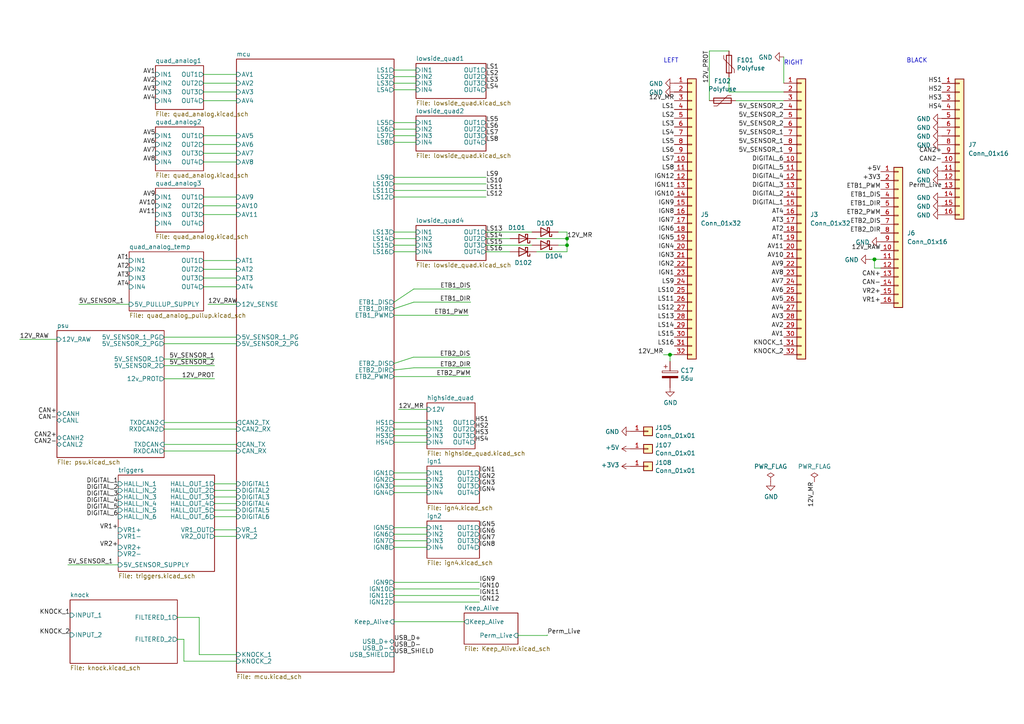
<source format=kicad_sch>
(kicad_sch (version 20211123) (generator eeschema)
  (paper "A4")
  (title_block (title "rusEfi Proteus") (date "2022-04-09") (rev "v0.7") (company "rusEFI") (comment 1 "github.com/mck1117/proteus") (comment 2 "rusefi.com/s/proteus"))
  (lib_symbols
    (symbol "Connector_Generic:Conn_01x01" (pin_names (offset 1.016) hide)
      (property "Reference" "J" (at 0 2.54 0))
      (property "Value" "Conn_01x01" (at 0 -2.54 0))
      (symbol "Conn_01x01_1_1"
        (rectangle (start -1.27 0.127) (end 0 -0.127) (stroke (width 0.1524)))
        (rectangle (start -1.27 1.27) (end 1.27 -1.27) (stroke (width 0.254)) (fill (type background)))
        (pin passive line (at -5.08 0 0) (length 3.81) (name "Pin_1") (number "1"))
      )
    )
    (symbol "Connector_Generic:Conn_01x16" (pin_names (offset 1.016) hide)
      (property "Reference" "J" (at 0 20.32 0))
      (property "Value" "Conn_01x16" (at 0 -22.86 0))
      (symbol "Conn_01x16_1_1"
        (rectangle (start -1.27 -20.193) (end 0 -20.447) (stroke (width 0.1524)))
        (rectangle (start -1.27 -17.653) (end 0 -17.907) (stroke (width 0.1524)))
        (rectangle (start -1.27 -15.113) (end 0 -15.367) (stroke (width 0.1524)))
        (rectangle (start -1.27 -12.573) (end 0 -12.827) (stroke (width 0.1524)))
        (rectangle (start -1.27 -10.033) (end 0 -10.287) (stroke (width 0.1524)))
        (rectangle (start -1.27 -7.493) (end 0 -7.747) (stroke (width 0.1524)))
        (rectangle (start -1.27 -4.953) (end 0 -5.207) (stroke (width 0.1524)))
        (rectangle (start -1.27 -2.413) (end 0 -2.667) (stroke (width 0.1524)))
        (rectangle (start -1.27 0.127) (end 0 -0.127) (stroke (width 0.1524)))
        (rectangle (start -1.27 2.667) (end 0 2.413) (stroke (width 0.1524)))
        (rectangle (start -1.27 5.207) (end 0 4.953) (stroke (width 0.1524)))
        (rectangle (start -1.27 7.747) (end 0 7.493) (stroke (width 0.1524)))
        (rectangle (start -1.27 10.287) (end 0 10.033) (stroke (width 0.1524)))
        (rectangle (start -1.27 12.827) (end 0 12.573) (stroke (width 0.1524)))
        (rectangle (start -1.27 15.367) (end 0 15.113) (stroke (width 0.1524)))
        (rectangle (start -1.27 17.907) (end 0 17.653) (stroke (width 0.1524)))
        (rectangle (start -1.27 19.05) (end 1.27 -21.59) (stroke (width 0.254)) (fill (type background)))
        (pin passive line (at -5.08 17.78 0) (length 3.81) (name "Pin_1") (number "1"))
        (pin passive line (at -5.08 -5.08 0) (length 3.81) (name "Pin_10") (number "10"))
        (pin passive line (at -5.08 -7.62 0) (length 3.81) (name "Pin_11") (number "11"))
        (pin passive line (at -5.08 -10.16 0) (length 3.81) (name "Pin_12") (number "12"))
        (pin passive line (at -5.08 -12.7 0) (length 3.81) (name "Pin_13") (number "13"))
        (pin passive line (at -5.08 -15.24 0) (length 3.81) (name "Pin_14") (number "14"))
        (pin passive line (at -5.08 -17.78 0) (length 3.81) (name "Pin_15") (number "15"))
        (pin passive line (at -5.08 -20.32 0) (length 3.81) (name "Pin_16") (number "16"))
        (pin passive line (at -5.08 15.24 0) (length 3.81) (name "Pin_2") (number "2"))
        (pin passive line (at -5.08 12.7 0) (length 3.81) (name "Pin_3") (number "3"))
        (pin passive line (at -5.08 10.16 0) (length 3.81) (name "Pin_4") (number "4"))
        (pin passive line (at -5.08 7.62 0) (length 3.81) (name "Pin_5") (number "5"))
        (pin passive line (at -5.08 5.08 0) (length 3.81) (name "Pin_6") (number "6"))
        (pin passive line (at -5.08 2.54 0) (length 3.81) (name "Pin_7") (number "7"))
        (pin passive line (at -5.08 0 0) (length 3.81) (name "Pin_8") (number "8"))
        (pin passive line (at -5.08 -2.54 0) (length 3.81) (name "Pin_9") (number "9"))
      )
    )
    (symbol "Connector_Generic:Conn_01x32" (pin_names (offset 1.016) hide)
      (property "Reference" "J" (at 0 40.64 0))
      (property "Value" "Conn_01x32" (at 0 -43.18 0))
      (symbol "Conn_01x32_1_1"
        (rectangle (start -1.27 -40.513) (end 0 -40.767) (stroke (width 0.1524)))
        (rectangle (start -1.27 -37.973) (end 0 -38.227) (stroke (width 0.1524)))
        (rectangle (start -1.27 -35.433) (end 0 -35.687) (stroke (width 0.1524)))
        (rectangle (start -1.27 -32.893) (end 0 -33.147) (stroke (width 0.1524)))
        (rectangle (start -1.27 -30.353) (end 0 -30.607) (stroke (width 0.1524)))
        (rectangle (start -1.27 -27.813) (end 0 -28.067) (stroke (width 0.1524)))
        (rectangle (start -1.27 -25.273) (end 0 -25.527) (stroke (width 0.1524)))
        (rectangle (start -1.27 -22.733) (end 0 -22.987) (stroke (width 0.1524)))
        (rectangle (start -1.27 -20.193) (end 0 -20.447) (stroke (width 0.1524)))
        (rectangle (start -1.27 -17.653) (end 0 -17.907) (stroke (width 0.1524)))
        (rectangle (start -1.27 -15.113) (end 0 -15.367) (stroke (width 0.1524)))
        (rectangle (start -1.27 -12.573) (end 0 -12.827) (stroke (width 0.1524)))
        (rectangle (start -1.27 -10.033) (end 0 -10.287) (stroke (width 0.1524)))
        (rectangle (start -1.27 -7.493) (end 0 -7.747) (stroke (width 0.1524)))
        (rectangle (start -1.27 -4.953) (end 0 -5.207) (stroke (width 0.1524)))
        (rectangle (start -1.27 -2.413) (end 0 -2.667) (stroke (width 0.1524)))
        (rectangle (start -1.27 0.127) (end 0 -0.127) (stroke (width 0.1524)))
        (rectangle (start -1.27 2.667) (end 0 2.413) (stroke (width 0.1524)))
        (rectangle (start -1.27 5.207) (end 0 4.953) (stroke (width 0.1524)))
        (rectangle (start -1.27 7.747) (end 0 7.493) (stroke (width 0.1524)))
        (rectangle (start -1.27 10.287) (end 0 10.033) (stroke (width 0.1524)))
        (rectangle (start -1.27 12.827) (end 0 12.573) (stroke (width 0.1524)))
        (rectangle (start -1.27 15.367) (end 0 15.113) (stroke (width 0.1524)))
        (rectangle (start -1.27 17.907) (end 0 17.653) (stroke (width 0.1524)))
        (rectangle (start -1.27 20.447) (end 0 20.193) (stroke (width 0.1524)))
        (rectangle (start -1.27 22.987) (end 0 22.733) (stroke (width 0.1524)))
        (rectangle (start -1.27 25.527) (end 0 25.273) (stroke (width 0.1524)))
        (rectangle (start -1.27 28.067) (end 0 27.813) (stroke (width 0.1524)))
        (rectangle (start -1.27 30.607) (end 0 30.353) (stroke (width 0.1524)))
        (rectangle (start -1.27 33.147) (end 0 32.893) (stroke (width 0.1524)))
        (rectangle (start -1.27 35.687) (end 0 35.433) (stroke (width 0.1524)))
        (rectangle (start -1.27 38.227) (end 0 37.973) (stroke (width 0.1524)))
        (rectangle (start -1.27 39.37) (end 1.27 -41.91) (stroke (width 0.254)) (fill (type background)))
        (pin passive line (at -5.08 38.1 0) (length 3.81) (name "Pin_1") (number "1"))
        (pin passive line (at -5.08 15.24 0) (length 3.81) (name "Pin_10") (number "10"))
        (pin passive line (at -5.08 12.7 0) (length 3.81) (name "Pin_11") (number "11"))
        (pin passive line (at -5.08 10.16 0) (length 3.81) (name "Pin_12") (number "12"))
        (pin passive line (at -5.08 7.62 0) (length 3.81) (name "Pin_13") (number "13"))
        (pin passive line (at -5.08 5.08 0) (length 3.81) (name "Pin_14") (number "14"))
        (pin passive line (at -5.08 2.54 0) (length 3.81) (name "Pin_15") (number "15"))
        (pin passive line (at -5.08 0 0) (length 3.81) (name "Pin_16") (number "16"))
        (pin passive line (at -5.08 -2.54 0) (length 3.81) (name "Pin_17") (number "17"))
        (pin passive line (at -5.08 -5.08 0) (length 3.81) (name "Pin_18") (number "18"))
        (pin passive line (at -5.08 -7.62 0) (length 3.81) (name "Pin_19") (number "19"))
        (pin passive line (at -5.08 35.56 0) (length 3.81) (name "Pin_2") (number "2"))
        (pin passive line (at -5.08 -10.16 0) (length 3.81) (name "Pin_20") (number "20"))
        (pin passive line (at -5.08 -12.7 0) (length 3.81) (name "Pin_21") (number "21"))
        (pin passive line (at -5.08 -15.24 0) (length 3.81) (name "Pin_22") (number "22"))
        (pin passive line (at -5.08 -17.78 0) (length 3.81) (name "Pin_23") (number "23"))
        (pin passive line (at -5.08 -20.32 0) (length 3.81) (name "Pin_24") (number "24"))
        (pin passive line (at -5.08 -22.86 0) (length 3.81) (name "Pin_25") (number "25"))
        (pin passive line (at -5.08 -25.4 0) (length 3.81) (name "Pin_26") (number "26"))
        (pin passive line (at -5.08 -27.94 0) (length 3.81) (name "Pin_27") (number "27"))
        (pin passive line (at -5.08 -30.48 0) (length 3.81) (name "Pin_28") (number "28"))
        (pin passive line (at -5.08 -33.02 0) (length 3.81) (name "Pin_29") (number "29"))
        (pin passive line (at -5.08 33.02 0) (length 3.81) (name "Pin_3") (number "3"))
        (pin passive line (at -5.08 -35.56 0) (length 3.81) (name "Pin_30") (number "30"))
        (pin passive line (at -5.08 -38.1 0) (length 3.81) (name "Pin_31") (number "31"))
        (pin passive line (at -5.08 -40.64 0) (length 3.81) (name "Pin_32") (number "32"))
        (pin passive line (at -5.08 30.48 0) (length 3.81) (name "Pin_4") (number "4"))
        (pin passive line (at -5.08 27.94 0) (length 3.81) (name "Pin_5") (number "5"))
        (pin passive line (at -5.08 25.4 0) (length 3.81) (name "Pin_6") (number "6"))
        (pin passive line (at -5.08 22.86 0) (length 3.81) (name "Pin_7") (number "7"))
        (pin passive line (at -5.08 20.32 0) (length 3.81) (name "Pin_8") (number "8"))
        (pin passive line (at -5.08 17.78 0) (length 3.81) (name "Pin_9") (number "9"))
      )
    )
    (symbol "Device:CP" (pin_numbers hide) (pin_names (offset 0.254))
      (property "Reference" "C" (at 0.635 2.54 0))
      (property "Value" "Device_CP" (at 0.635 -2.54 0))
      (symbol "CP_0_1"
        (rectangle (start -2.286 0.508) (end 2.286 1.016))
        (polyline (pts (xy -1.778 2.286) (xy -0.762 2.286)))
        (polyline (pts (xy -1.27 2.794) (xy -1.27 1.778)))
        (rectangle (start 2.286 -0.508) (end -2.286 -1.016) (fill (type outline)))
      )
      (symbol "CP_1_1"
        (pin passive line (at 0 3.81 270) (length 2.794) (name "~") (number "1"))
        (pin passive line (at 0 -3.81 90) (length 2.794) (name "~") (number "2"))
      )
    )
    (symbol "Device:D_Schottky" (pin_numbers hide) (pin_names (offset 1.016) hide)
      (property "Reference" "D" (at 0 2.54 0))
      (property "Value" "D_Schottky" (at 0 -2.54 0))
      (symbol "D_Schottky_0_1"
        (polyline (pts (xy 1.27 0) (xy -1.27 0)))
        (polyline (pts (xy 1.27 1.27) (xy 1.27 -1.27) (xy -1.27 0) (xy 1.27 1.27)) (stroke (width 0.254)))
        (polyline (pts (xy -1.905 0.635) (xy -1.905 1.27) (xy -1.27 1.27) (xy -1.27 -1.27) (xy -0.635 -1.27) (xy -0.635 -0.635)) (stroke (width 0.254)))
      )
      (symbol "D_Schottky_1_1"
        (pin passive line (at -3.81 0 0) (length 2.54) (name "K") (number "1"))
        (pin passive line (at 3.81 0 180) (length 2.54) (name "A") (number "2"))
      )
    )
    (symbol "Device:Polyfuse" (pin_numbers hide) (pin_names (offset 0))
      (property "Reference" "F" (at -2.54 0 90))
      (property "Value" "Polyfuse" (at 2.54 0 90))
      (symbol "Polyfuse_0_1"
        (rectangle (start -0.762 2.54) (end 0.762 -2.54) (stroke (width 0.254)))
        (polyline (pts (xy 0 2.54) (xy 0 -2.54)))
        (polyline (pts (xy -1.524 2.54) (xy -1.524 1.524) (xy 1.524 -1.524) (xy 1.524 -2.54)))
      )
      (symbol "Polyfuse_1_1"
        (pin passive line (at 0 3.81 270) (length 1.27) (name "~") (number "1"))
        (pin passive line (at 0 -3.81 90) (length 1.27) (name "~") (number "2"))
      )
    )
    (symbol "power:+3.3V" (power) (pin_names (offset 0))
      (property "Value" "+3.3V" (at 0 3.556 0))
      (symbol "+3.3V_0_1"
        (polyline (pts (xy -0.762 1.27) (xy 0 2.54)))
        (polyline (pts (xy 0 0) (xy 0 2.54)))
        (polyline (pts (xy 0 2.54) (xy 0.762 1.27)))
      )
      (symbol "+3.3V_1_1"
        (pin power_in line (at 0 0 90) (length 0) hide (name "+3V3") (number "1"))
      )
    )
    (symbol "power:+5V" (power) (pin_names (offset 0))
      (property "Value" "+5V" (at 0 3.556 0))
      (symbol "+5V_0_1"
        (polyline (pts (xy -0.762 1.27) (xy 0 2.54)))
        (polyline (pts (xy 0 0) (xy 0 2.54)))
        (polyline (pts (xy 0 2.54) (xy 0.762 1.27)))
      )
      (symbol "+5V_1_1"
        (pin power_in line (at 0 0 90) (length 0) hide (name "+5V") (number "1"))
      )
    )
    (symbol "power:GND" (power) (pin_names (offset 0))
      (property "Value" "GND" (at 0 -3.81 0))
      (symbol "GND_0_1"
        (polyline (pts (xy 0 0) (xy 0 -1.27) (xy 1.27 -1.27) (xy 0 -2.54) (xy -1.27 -1.27) (xy 0 -1.27)))
      )
      (symbol "GND_1_1"
        (pin power_in line (at 0 0 270) (length 0) hide (name "GND") (number "1"))
      )
    )
    (symbol "power:PWR_FLAG" (power) (pin_numbers hide) (pin_names (offset 0) hide)
      (property "Value" "PWR_FLAG" (at 0 3.81 0))
      (symbol "PWR_FLAG_0_0"
        (pin power_out line (at 0 0 90) (length 0) (name "pwr") (number "1"))
      )
      (symbol "PWR_FLAG_0_1"
        (polyline (pts (xy 0 0) (xy 0 1.27) (xy -1.016 1.905) (xy 0 2.54) (xy 1.016 1.905) (xy 0 1.27)))
      )
    )
  )
  (junction (at 164.465 69.215))
  (junction (at 164.465 71.12))
  (junction (at 253.6325 75.2096))
  (junction (at 194.343 102.899))
  (junction (at 253.6325 75.2399))
  (junction (at 194.31 102.87))
  (wire (pts (xy 62.23 144.145) (xy 68.58 144.145)))
  (wire (pts (xy 150.2316 184.3116) (xy 158.75 184.3116)))
  (wire (pts (xy 114.3 168.91) (xy 139.065 168.91)))
  (wire (pts (xy 194.31 102.87) (xy 195.58 102.87)))
  (wire (pts (xy 62.23 106.045) (xy 47.625 106.045)))
  (wire (pts (xy 19.685 163.83) (xy 34.29 163.83)))
  (wire (pts (xy 47.625 124.46) (xy 68.58 124.46)))
  (wire (pts (xy 147.955 69.215) (xy 140.97 69.215)))
  (wire (pts (xy 164.465 69.215) (xy 164.465 67.31)))
  (wire (pts (xy 123.825 142.875) (xy 114.3 142.875)))
  (wire (pts (xy 123.825 158.75) (xy 114.3 158.75)))
  (wire (pts (xy 114.3 35.56) (xy 120.65 35.56)))
  (wire (pts (xy 253.6325 75.2399) (xy 253.6325 77.7496)))
  (wire (pts (xy 114.3 71.12) (xy 120.65 71.12)))
  (wire (pts (xy 114.3 128.27) (xy 123.825 128.27)))
  (wire (pts (xy 114.3 153.035) (xy 123.825 153.035)))
  (wire (pts (xy 192.438 102.899) (xy 194.343 102.899)))
  (wire (pts (xy 114.3 174.625) (xy 139.065 174.625)))
  (wire (pts (xy 140.97 67.31) (xy 154.305 67.31)))
  (wire (pts (xy 120.65 73.025) (xy 114.3 73.025)))
  (wire (pts (xy 62.23 147.955) (xy 68.58 147.955)))
  (wire (pts (xy 114.3 53.34) (xy 140.97 53.34)))
  (wire (pts (xy 140.97 71.12) (xy 154.305 71.12)))
  (wire (pts (xy 120.015 106.68) (xy 114.3 107.315)))
  (wire (pts (xy 115.57 118.745) (xy 123.825 118.745)))
  (wire (pts (xy 114.3 67.31) (xy 120.65 67.31)))
  (wire (pts (xy 147.955 73.025) (xy 140.97 73.025)))
  (wire (pts (xy 164.465 67.31) (xy 161.925 67.31)))
  (wire (pts (xy 114.3 55.245) (xy 140.97 55.245)))
  (wire (pts (xy 213.36 29.21) (xy 227.33 29.21)))
  (wire (pts (xy 68.58 130.81) (xy 47.625 130.81)))
  (wire (pts (xy 114.3 180.325) (xy 114.3 180.34)))
  (wire (pts (xy 120.65 41.275) (xy 114.3 41.275)))
  (wire (pts (xy 68.58 29.21) (xy 59.055 29.21)))
  (wire (pts (xy 253.6325 75.2096) (xy 253.6325 75.2399)))
  (wire (pts (xy 68.58 142.24) (xy 62.23 142.24)))
  (wire (pts (xy 114.3 91.44) (xy 135.89 91.44)))
  (wire (pts (xy 227.33 26.67) (xy 211.455 26.67)))
  (wire (pts (xy 114.3 20.32) (xy 120.65 20.32)))
  (wire (pts (xy 57.785 189.865) (xy 68.58 189.865)))
  (wire (pts (xy 114.3 109.22) (xy 136.525 109.22)))
  (wire (pts (xy 120.015 83.82) (xy 136.525 83.82)))
  (wire (pts (xy 134.62 180.325) (xy 114.3 180.325)))
  (wire (pts (xy 68.58 59.69) (xy 59.055 59.69)))
  (wire (pts (xy 194.343 104.804) (xy 194.343 102.899)))
  (wire (pts (xy 59.055 57.15) (xy 68.58 57.15)))
  (wire (pts (xy 5.715 98.425) (xy 16.51 98.425)))
  (wire (pts (xy 161.925 71.12) (xy 164.465 71.12)))
  (wire (pts (xy 205.74 14.7786) (xy 205.74 29.21)))
  (wire (pts (xy 120.65 22.225) (xy 114.3 22.225)))
  (wire (pts (xy 62.23 140.335) (xy 68.58 140.335)))
  (wire (pts (xy 51.435 185.42) (xy 53.34 185.42)))
  (wire (pts (xy 123.825 140.97) (xy 114.3 140.97)))
  (wire (pts (xy 59.055 44.45) (xy 68.58 44.45)))
  (wire (pts (xy 47.625 97.79) (xy 68.58 97.79)))
  (wire (pts (xy 47.625 99.695) (xy 68.58 99.695)))
  (wire (pts (xy 47.625 109.855) (xy 62.23 109.855)))
  (wire (pts (xy 59.055 75.565) (xy 68.58 75.565)))
  (wire (pts (xy 53.34 185.42) (xy 53.34 191.77)))
  (wire (pts (xy 59.055 39.37) (xy 68.58 39.37)))
  (wire (pts (xy 114.3 137.16) (xy 123.825 137.16)))
  (wire (pts (xy 120.65 69.215) (xy 114.3 69.215)))
  (wire (pts (xy 60.325 88.265) (xy 68.58 88.265)))
  (wire (pts (xy 68.58 78.105) (xy 59.055 78.105)))
  (wire (pts (xy 62.23 153.67) (xy 68.58 153.67)))
  (wire (pts (xy 227.33 16.51) (xy 227.33 24.13)))
  (wire (pts (xy 114.3 39.37) (xy 120.65 39.37)))
  (wire (pts (xy 47.625 128.905) (xy 68.58 128.905)))
  (wire (pts (xy 59.055 80.645) (xy 68.58 80.645)))
  (wire (pts (xy 120.65 26.035) (xy 114.3 26.035)))
  (wire (pts (xy 120.015 83.82) (xy 114.3 87.63)))
  (wire (pts (xy 164.465 73.025) (xy 164.465 71.12)))
  (wire (pts (xy 123.825 126.365) (xy 114.3 126.365)))
  (wire (pts (xy 114.3 170.815) (xy 139.065 170.815)))
  (wire (pts (xy 53.34 191.77) (xy 68.58 191.77)))
  (wire (pts (xy 158.75 184.3116) (xy 158.75 184.15)))
  (wire (pts (xy 59.055 62.23) (xy 68.58 62.23)))
  (wire (pts (xy 59.055 26.67) (xy 68.58 26.67)))
  (wire (pts (xy 120.015 87.63) (xy 136.525 87.63)))
  (wire (pts (xy 119.9173 103.5911) (xy 136.4273 103.5911)))
  (wire (pts (xy 68.58 146.05) (xy 62.23 146.05)))
  (wire (pts (xy 68.58 46.99) (xy 59.055 46.99)))
  (wire (pts (xy 47.625 104.14) (xy 62.23 104.14)))
  (wire (pts (xy 211.455 26.67) (xy 211.4402 22.3986)))
  (wire (pts (xy 155.575 73.025) (xy 164.465 73.025)))
  (wire (pts (xy 68.58 83.185) (xy 59.055 83.185)))
  (wire (pts (xy 68.58 24.13) (xy 59.055 24.13)))
  (wire (pts (xy 114.3 172.72) (xy 139.065 172.72)))
  (wire (pts (xy 252.3119 75.2399) (xy 253.6325 75.2399)))
  (wire (pts (xy 22.86 88.265) (xy 37.465 88.265)))
  (wire (pts (xy 62.23 149.86) (xy 68.58 149.86)))
  (wire (pts (xy 164.465 69.215) (xy 155.575 69.215)))
  (wire (pts (xy 114.3 57.15) (xy 140.97 57.15)))
  (wire (pts (xy 119.9173 103.5911) (xy 114.3 105.41)))
  (wire (pts (xy 253.6325 77.7496) (xy 255.4645 77.7496)))
  (wire (pts (xy 47.625 122.555) (xy 68.58 122.555)))
  (wire (pts (xy 123.825 122.555) (xy 114.3 122.555)))
  (wire (pts (xy 51.435 179.07) (xy 57.785 179.07)))
  (wire (pts (xy 164.465 71.12) (xy 164.465 69.215)))
  (wire (pts (xy 120.015 87.63) (xy 114.3 89.535)))
  (wire (pts (xy 114.3 156.845) (xy 123.825 156.845)))
  (wire (pts (xy 114.3 51.435) (xy 140.97 51.435)))
  (wire (pts (xy 255.4645 75.2096) (xy 253.6325 75.2096)))
  (wire (pts (xy 114.3 37.465) (xy 120.65 37.465)))
  (wire (pts (xy 59.055 21.59) (xy 68.58 21.59)))
  (wire (pts (xy 114.3 139.065) (xy 123.825 139.065)))
  (wire (pts (xy 123.825 154.94) (xy 114.3 154.94)))
  (wire (pts (xy 120.015 106.68) (xy 136.525 106.68)))
  (wire (pts (xy 211.4402 14.7786) (xy 205.74 14.7786)))
  (wire (pts (xy 68.58 41.91) (xy 59.055 41.91)))
  (wire (pts (xy 57.785 179.07) (xy 57.785 189.865)))
  (wire (pts (xy 68.58 155.575) (xy 62.23 155.575)))
  (wire (pts (xy 114.3 124.46) (xy 123.825 124.46)))
  (wire (pts (xy 114.3 24.13) (xy 120.65 24.13)))
  (wire (pts (xy 194.31 102.87) (xy 194.343 102.899)))
  (text "LEFT" (at 192.405 18.415 0) (effects (font (size 1.27 1.27)) (justify left bottom)))
  (text "BLACK" (at 262.89 18.415 0) (effects (font (size 1.27 1.27)) (justify left bottom)))
  (text "RIGHT" (at 227.33 19.05 0) (effects (font (size 1.27 1.27)) (justify left bottom)))
  (label "LS16" (at 140.97 73.025 0))
  (label "12V_RAW" (at 5.715 98.425 0))
  (label "DIGITAL_1" (at 227.33 59.69 180))
  (label "HS4" (at 137.795 128.27 0))
  (label "KNOCK_1" (at 227.33 100.33 180))
  (label "AV7" (at 227.33 82.55 180))
  (label "AT3" (at 37.465 80.645 180))
  (label "HS1" (at 273.2114 24.1919 180))
  (label "CAN2-" (at 273.2114 47.0519 180))
  (label "AV3" (at 227.33 92.71 180))
  (label "AV7" (at 45.085 44.45 180))
  (label "IGN10" (at 139.065 170.815 0))
  (label "ETB2_DIR" (at 255.4645 67.5896 180))
  (label "AV8" (at 227.33 80.01 180))
  (label "AV9" (at 227.33 77.47 180))
  (label "CAN-" (at 255.4645 82.8296 180))
  (label "DIGITAL_6" (at 34.29 149.86 180))
  (label "Perm_Live" (at 158.75 184.15 0))
  (label "AV9" (at 45.085 57.15 180))
  (label "CAN2+" (at 16.51 127 180))
  (label "IGN11" (at 195.58 54.61 180))
  (label "AV11" (at 227.33 72.39 180))
  (label "AV1" (at 45.085 21.59 180))
  (label "AT1" (at 37.465 75.565 180))
  (label "+5V" (at 255.4645 49.8096 180))
  (label "DIGITAL_3" (at 227.33 54.61 180))
  (label "AT1" (at 227.33 69.85 180))
  (label "LS9" (at 195.58 82.55 180))
  (label "IGN8" (at 139.065 158.75 0))
  (label "AV4" (at 227.33 90.17 180))
  (label "5V_SENSOR_1" (at 227.33 39.37 180))
  (label "5V_SENSOR_1" (at 227.33 41.91 180))
  (label "LS1" (at 195.58 31.75 180))
  (label "ETB2_DIS" (at 255.4645 65.0496 180))
  (label "ETB2_DIR" (at 136.525 106.68 180))
  (label "VR2+" (at 34.29 158.75 180))
  (label "LS16" (at 195.58 100.33 180))
  (label "5V_SENSOR_2" (at 227.33 34.29 180))
  (label "ETB1_DIR" (at 255.4645 59.9696 180))
  (label "12V_MR" (at 236.22 139.7 270))
  (label "DIGITAL_1" (at 34.29 140.335 180))
  (label "LS5" (at 140.97 35.56 0))
  (label "LS7" (at 195.58 46.99 180))
  (label "IGN7" (at 139.065 156.845 0))
  (label "5V_SENSOR_1" (at 19.685 163.83 0))
  (label "IGN5" (at 195.58 69.85 180))
  (label "LS13" (at 195.58 92.71 180))
  (label "HS3" (at 273.2114 29.2719 180))
  (label "12V_PROT" (at 62.23 109.855 180))
  (label "AV2" (at 227.33 95.25 180))
  (label "LS7" (at 140.97 39.37 0))
  (label "DIGITAL_2" (at 227.33 57.15 180))
  (label "AV6" (at 227.33 85.09 180))
  (label "LS2" (at 195.58 34.29 180))
  (label "5V_SENSOR_2" (at 62.23 106.045 180))
  (label "IGN5" (at 139.065 153.035 0))
  (label "5V_SENSOR_1" (at 62.23 104.14 180))
  (label "IGN1" (at 139.065 137.16 0))
  (label "USB_D-" (at 114.3 187.96 0))
  (label "IGN4" (at 195.58 72.39 180))
  (label "IGN2" (at 139.065 139.065 0))
  (label "AT3" (at 227.33 64.77 180))
  (label "DIGITAL_5" (at 227.33 49.53 180))
  (label "KNOCK_2" (at 227.33 102.87 180))
  (label "CAN2-" (at 16.51 128.905 180))
  (label "AV2" (at 45.085 24.13 180))
  (label "12V_MR" (at 192.438 102.899 180))
  (label "USB_SHIELD" (at 114.3 189.865 0))
  (label "5V_SENSOR_1" (at 227.33 44.45 180))
  (label "DIGITAL_5" (at 34.29 147.955 180))
  (label "HS2" (at 137.795 124.46 0))
  (label "IGN10" (at 195.58 57.15 180))
  (label "HS2" (at 273.2114 26.7319 180))
  (label "AT2" (at 37.465 78.105 180))
  (label "LS4" (at 140.97 26.035 0))
  (label "12V_MR" (at 164.465 69.215 0))
  (label "LS3" (at 195.58 36.83 180))
  (label "LS4" (at 195.58 39.37 180))
  (label "LS11" (at 195.58 87.63 180))
  (label "LS8" (at 195.58 49.53 180))
  (label "CAN+" (at 255.4645 80.2896 180))
  (label "IGN6" (at 139.065 154.94 0))
  (label "LS15" (at 195.58 97.79 180))
  (label "HS1" (at 137.795 122.555 0))
  (label "LS8" (at 140.97 41.275 0))
  (label "IGN7" (at 195.58 64.77 180))
  (label "VR1+" (at 255.4645 87.9096 180))
  (label "AV1" (at 227.33 97.79 180))
  (label "DIGITAL_3" (at 34.29 144.145 180))
  (label "ETB2_DIS" (at 136.4273 103.5911 180))
  (label "LS2" (at 140.97 22.225 0))
  (label "Perm_Live" (at 273.2114 54.6719 180))
  (label "12V_RAW" (at 255.4645 72.6696 180))
  (label "IGN1" (at 195.58 80.01 180))
  (label "+3V3" (at 255.4645 52.3496 180))
  (label "AV11" (at 45.085 62.23 180))
  (label "AT2" (at 227.33 67.31 180))
  (label "IGN9" (at 195.58 59.69 180))
  (label "IGN3" (at 195.58 74.93 180))
  (label "LS3" (at 140.97 24.13 0))
  (label "IGN11" (at 139.065 172.72 0))
  (label "5V_SENSOR_2" (at 227.33 31.75 180))
  (label "LS15" (at 140.97 71.12 0))
  (label "USB_D+" (at 114.3 186.055 0))
  (label "KNOCK_2" (at 20.32 184.15 180))
  (label "AV8" (at 45.085 46.99 180))
  (label "AT4" (at 227.33 62.23 180))
  (label "LS1" (at 140.97 20.32 0))
  (label "AV10" (at 227.33 74.93 180))
  (label "IGN12" (at 195.58 52.07 180))
  (label "12V_RAW" (at 60.325 88.265 0))
  (label "LS12" (at 195.58 90.17 180))
  (label "AV5" (at 227.33 87.63 180))
  (label "IGN8" (at 195.58 62.23 180))
  (label "ETB1_DIS" (at 136.525 83.82 180))
  (label "IGN2" (at 195.58 77.47 180))
  (label "CAN2+" (at 273.2114 44.5119 180))
  (label "LS10" (at 140.97 53.34 0))
  (label "5V_SENSOR_2" (at 227.33 36.83 180))
  (label "LS6" (at 195.58 44.45 180))
  (label "12V_PROT" (at 205.74 24.13 90))
  (label "12V_MR" (at 195.58 29.21 180))
  (label "AT4" (at 37.465 83.185 180))
  (label "CAN-" (at 16.51 121.92 180))
  (label "12V_MR" (at 115.57 118.745 0))
  (label "ETB2_PWM" (at 255.4645 62.5096 180))
  (label "LS10" (at 195.58 85.09 180))
  (label "ETB2_PWM" (at 136.525 109.22 180))
  (label "ETB1_PWM" (at 255.4645 54.8896 180))
  (label "LS9" (at 140.97 51.435 0))
  (label "AV5" (at 45.085 39.37 180))
  (label "AV4" (at 45.085 29.21 180))
  (label "HS3" (at 137.795 126.365 0))
  (label "ETB1_DIS" (at 255.4645 57.4296 180))
  (label "IGN3" (at 139.065 140.97 0))
  (label "AV10" (at 45.085 59.69 180))
  (label "LS5" (at 195.58 41.91 180))
  (label "IGN9" (at 139.065 168.91 0))
  (label "LS12" (at 140.97 57.15 0))
  (label "CAN+" (at 16.51 120.015 180))
  (label "LS6" (at 140.97 37.465 0))
  (label "ETB1_PWM" (at 135.89 91.44 180))
  (label "AV6" (at 45.085 41.91 180))
  (label "VR2+" (at 255.4645 85.3696 180))
  (label "ETB1_DIR" (at 136.525 87.63 180))
  (label "LS14" (at 195.58 95.25 180))
  (label "DIGITAL_2" (at 34.29 142.24 180))
  (label "AV3" (at 45.085 26.67 180))
  (label "DIGITAL_6" (at 227.33 46.99 180))
  (label "LS14" (at 140.97 69.215 0))
  (label "HS4" (at 273.2114 31.8119 180))
  (label "VR1+" (at 34.29 153.67 180))
  (label "IGN12" (at 139.065 174.625 0))
  (label "5V_SENSOR_1" (at 22.86 88.265 0))
  (label "DIGITAL_4" (at 34.29 146.05 180))
  (label "LS13" (at 140.97 67.31 0))
  (label "IGN4" (at 139.065 142.875 0))
  (label "LS11" (at 140.97 55.245 0))
  (label "IGN6" (at 195.58 67.31 180))
  (label "KNOCK_1" (at 20.32 178.435 180))
  (label "DIGITAL_4" (at 227.33 52.07 180))
  (symbol (lib_id "power:GND") (at 252.3119 75.2399 270) (unit 1)
    (property "Reference" "#PWR0101" (effects hide))
    (property "Value" "GND" (at 249.0607 75.3669 90) (effects (justify right)))
  )
  (symbol (lib_id "power:GND") (at 273.2114 39.4319 270) (unit 1)
    (property "Reference" "#PWR0140" (effects hide))
    (property "Value" "GND" (at 269.9602 39.5589 90) (effects (justify right)))
  )
  (symbol (lib_id "power:GND") (at 227.33 16.51 270) (unit 1)
    (property "Reference" "#PWR0142" (effects hide))
    (property "Value" "GND" (at 224.0788 16.637 90) (effects (justify right)))
  )
  (symbol (lib_id "power:GND") (at 273.2114 41.9719 270) (unit 1)
    (property "Reference" "#PWR0209" (effects hide))
    (property "Value" "GND" (at 269.9602 42.0989 90) (effects (justify right)))
  )
  (symbol (lib_id "power:GND") (at 273.2114 34.3519 270) (unit 1)
    (property "Reference" "#PWR0112" (effects hide))
    (property "Value" "GND" (at 269.9602 34.4789 90) (effects (justify right)))
  )
  (symbol (lib_id "Device:Polyfuse") (at 211.4402 18.5886 180) (unit 1)
    (property "Reference" "F101" (at 213.6754 17.4202 0) (effects (justify right)))
    (property "Value" "Polyfuse" (at 213.6754 19.7316 0) (effects (justify right)))
    (property "Footprint" "Resistor_SMD:R_1206_3216Metric" (effects hide))
    (property "PN" "1206L012WR" (effects hide))
    (property "LCSC" "C207035" (effects hide))
    (property "LCSC_ext" "1" (effects hide))
  )
  (symbol (lib_id "Device:Polyfuse") (at 209.55 29.21 90) (unit 1)
    (property "Reference" "F102" (at 209.55 23.495 90))
    (property "Value" "Polyfuse" (at 209.55 25.8064 90))
    (property "Footprint" "Resistor_SMD:R_1206_3216Metric" (effects hide))
    (property "PN" "1206L012WR" (effects hide))
    (property "LCSC" "C207035" (effects hide))
    (property "LCSC_ext" "1" (effects hide))
  )
  (symbol (lib_id "Connector_Generic:Conn_01x01") (at 187.96 125.095 0) (unit 1)
    (property "Reference" "J105" (at 189.992 124.0282 0) (effects (justify left)))
    (property "Value" "Conn_01x01" (at 189.992 126.3396 0) (effects (justify left)))
    (property "Footprint" "TestPoint:TestPoint_Pad_D3.0mm" (effects hide))
    (property "LCSC" "N/A" (effects hide))
  )
  (symbol (lib_id "Connector_Generic:Conn_01x01") (at 187.96 130.175 0) (unit 1)
    (property "Reference" "J107" (at 189.992 129.1082 0) (effects (justify left)))
    (property "Value" "Conn_01x01" (at 189.992 131.4196 0) (effects (justify left)))
    (property "Footprint" "TestPoint:TestPoint_Pad_D3.0mm" (effects hide))
    (property "LCSC" "N/A" (effects hide))
  )
  (symbol (lib_id "Connector_Generic:Conn_01x01") (at 187.96 135.255 0) (unit 1)
    (property "Reference" "J108" (at 189.992 134.1882 0) (effects (justify left)))
    (property "Value" "Conn_01x01" (at 189.992 136.4996 0) (effects (justify left)))
    (property "Footprint" "TestPoint:TestPoint_Pad_D3.0mm" (effects hide))
    (property "LCSC" "N/A" (effects hide))
  )
  (symbol (lib_id "power:GND") (at 182.88 125.095 270) (unit 1)
    (property "Reference" "#PWR0248" (effects hide))
    (property "Value" "GND" (at 179.6288 125.222 90) (effects (justify right)))
  )
  (symbol (lib_id "power:+3.3V") (at 182.88 135.255 90) (unit 1)
    (property "Reference" "#PWR0249" (effects hide))
    (property "Value" "+3.3V" (at 179.6288 134.874 90) (effects (justify left)))
  )
  (symbol (lib_id "power:+5V") (at 182.88 130.175 90) (unit 1)
    (property "Reference" "#PWR0250" (effects hide))
    (property "Value" "+5V" (at 179.6288 129.794 90) (effects (justify left)))
  )
  (symbol (lib_id "power:PWR_FLAG") (at 236.22 139.7 0) (unit 1)
    (property "Reference" "#FLG0108" (effects hide))
    (property "Value" "PWR_FLAG" (at 236.22 135.3058 0))
  )
  (symbol (lib_id "power:GND") (at 223.52 139.7 0) (unit 1)
    (property "Reference" "#PWR0217" (effects hide))
    (property "Value" "GND" (at 223.647 144.0942 0))
  )
  (symbol (lib_id "power:PWR_FLAG") (at 223.52 139.7 0) (unit 1)
    (property "Reference" "#FLG0103" (effects hide))
    (property "Value" "PWR_FLAG" (at 223.52 135.3058 0))
  )
  (symbol (lib_id "power:GND") (at 273.2114 36.8919 270) (unit 1)
    (property "Reference" "#PWR0107" (effects hide))
    (property "Value" "GND" (at 269.9602 37.0189 90) (effects (justify right)))
  )
  (symbol (lib_id "Device:D_Schottky") (at 151.765 73.025 180) (unit 1)
    (property "Reference" "D102" (at 151.765 76.2 0))
    (property "Value" "D_Schottky" (effects hide))
    (property "Footprint" "Diode_SMD:D_SMA" (effects hide))
    (property "LCSC" "C8678" (effects hide))
    (property "LCSC_ext" "0" (effects hide))
  )
  (symbol (lib_id "Device:D_Schottky") (at 158.115 71.12 180) (unit 1)
    (property "Reference" "D104" (at 160.655 74.295 0))
    (property "Value" "D_Schottky" (effects hide))
    (property "Footprint" "Diode_SMD:D_SMA" (effects hide))
    (property "LCSC" "C8678" (effects hide))
    (property "LCSC_ext" "0" (effects hide))
  )
  (symbol (lib_id "Device:D_Schottky") (at 151.765 69.215 180) (unit 1)
    (property "Reference" "D101" (at 149.86 66.04 0))
    (property "Value" "D_Schottky" (effects hide))
    (property "Footprint" "Diode_SMD:D_SMA" (effects hide))
    (property "LCSC" "C8678" (effects hide))
    (property "LCSC_ext" "0" (effects hide))
  )
  (symbol (lib_id "Device:D_Schottky") (at 158.115 67.31 180) (unit 1)
    (property "Reference" "D103" (at 158.115 64.77 0))
    (property "Value" "D_Schottky" (effects hide))
    (property "Footprint" "Diode_SMD:D_SMA" (effects hide))
    (property "LCSC" "C8678" (effects hide))
    (property "LCSC_ext" "0" (effects hide))
  )
  (symbol (lib_id "Device:CP") (at 194.343 108.614 0) (unit 1)
    (property "Reference" "C17" (at 197.3402 107.4456 0) (effects (justify left)))
    (property "Value" "56u" (at 197.3402 109.757 0) (effects (justify left)))
    (property "Footprint" "Capacitor_THT:CP_Radial_D8.0mm_P3.50mm" (effects hide))
    (property "LCSC" "N/A" (effects hide))
    (property "PN" "EEH-AZF1H560B" (effects hide))
  )
  (symbol (lib_id "power:GND") (at 194.343 112.424 0) (unit 1)
    (property "Reference" "#PWR0314" (effects hide))
    (property "Value" "GND" (at 194.47 116.8182 0))
  )
  (symbol (lib_id "power:GND") (at 255.4645 70.1296 270) (unit 1)
    (property "Reference" "#PWR0321" (effects hide))
    (property "Value" "GND" (at 252.2133 70.2566 90) (effects (justify right)))
  )
  (symbol (lib_id "power:GND") (at 273.2114 57.2119 270) (unit 1)
    (property "Reference" "#PWR0151" (effects hide))
    (property "Value" "GND" (at 269.9602 57.3389 90) (effects (justify right)))
  )
  (symbol (lib_id "power:GND") (at 195.58 26.67 270) (unit 1)
    (property "Reference" "#PWR0135" (effects hide))
    (property "Value" "GND" (at 192.3288 26.797 90) (effects (justify right)))
  )
  (symbol (lib_id "power:GND") (at 273.2114 49.5919 270) (unit 1)
    (property "Reference" "#PWR0152" (effects hide))
    (property "Value" "GND" (at 269.9602 49.7189 90) (effects (justify right)))
  )
  (symbol (lib_id "Connector_Generic:Conn_01x32") (at 200.66 62.23 0) (unit 1)
    (property "Reference" "J5" (at 203.2 62.2299 0) (effects (justify left)))
    (property "Value" "Conn_01x32" (at 203.2 64.7699 0) (effects (justify left)))
    (property "Footprint" "Connector_PinHeader_2.54mm:PinHeader_1x32_P2.54mm_Vertical" (effects hide))
  )
  (symbol (lib_id "power:GND") (at 195.58 24.13 270) (unit 1)
    (property "Reference" "#PWR0144" (effects hide))
    (property "Value" "GND" (at 192.3288 24.257 90) (effects (justify right)))
  )
  (symbol (lib_id "Connector_Generic:Conn_01x32") (at 232.41 62.23 0) (unit 1)
    (property "Reference" "J3" (at 234.95 62.2299 0) (effects (justify left)))
    (property "Value" "Conn_01x32" (at 234.95 64.7699 0) (effects (justify left)))
    (property "Footprint" "Connector_PinHeader_2.54mm:PinHeader_1x32_P2.54mm_Vertical" (effects hide))
  )
  (symbol (lib_id "Connector_Generic:Conn_01x16") (at 278.2914 41.9719 0) (unit 1)
    (property "Reference" "J7" (at 280.8314 41.9718 0) (effects (justify left)))
    (property "Value" "Conn_01x16" (at 280.8314 44.5118 0) (effects (justify left)))
    (property "Footprint" "Connector_PinHeader_2.54mm:PinHeader_1x16_P2.54mm_Vertical" (effects hide))
  )
  (symbol (lib_id "power:GND") (at 273.2114 59.7519 270) (unit 1)
    (property "Reference" "#PWR0150" (effects hide))
    (property "Value" "GND" (at 269.9602 59.8789 90) (effects (justify right)))
  )
  (symbol (lib_id "power:GND") (at 273.2114 62.2919 270) (unit 1)
    (property "Reference" "#PWR0145" (effects hide))
    (property "Value" "GND" (at 269.9602 62.4189 90) (effects (justify right)))
  )
  (symbol (lib_id "power:GND") (at 273.2114 52.1319 270) (unit 1)
    (property "Reference" "#PWR0146" (effects hide))
    (property "Value" "GND" (at 269.9602 52.2589 90) (effects (justify right)))
  )
  (symbol (lib_id "Connector_Generic:Conn_01x16") (at 260.5445 67.5896 0) (unit 1)
    (property "Reference" "J6" (at 263.0845 67.5895 0) (effects (justify left)))
    (property "Value" "Conn_01x16" (at 263.0845 70.1295 0) (effects (justify left)))
    (property "Footprint" "Connector_PinHeader_2.54mm:PinHeader_1x16_P2.54mm_Vertical" (effects hide))
  )
  (sheet (at 123.825 135.2042) (size 15.24 10.795)
    (property "Sheet name" "ign1" (at 123.825 134.4926 0) (effects (justify left bottom)))
    (property "Sheet file" "ign4.kicad_sch" (at 123.825 146.5838 0) (effects (justify left top)))
    (pin "OUT1" output (at 139.065 137.16 0))
    (pin "OUT2" output (at 139.065 139.065 0))
    (pin "OUT3" output (at 139.065 140.97 0))
    (pin "OUT4" output (at 139.065 142.875 0))
    (pin "IN1" input (at 123.825 137.16 180))
    (pin "IN2" input (at 123.825 139.065 180))
    (pin "IN3" input (at 123.825 140.97 180))
    (pin "IN4" input (at 123.825 142.875 180))
  )
  (sheet (at 120.65 18.415) (size 20.32 10.16)
    (property "Sheet name" "lowside_quad1" (at 120.65 17.7034 0) (effects (justify left bottom)))
    (property "Sheet file" "lowside_quad.kicad_sch" (at 120.65 29.1596 0) (effects (justify left top)))
    (pin "OUT1" output (at 140.97 20.32 0))
    (pin "OUT2" output (at 140.97 22.225 0))
    (pin "IN1" input (at 120.65 20.32 180))
    (pin "IN2" input (at 120.65 22.225 180))
    (pin "OUT3" output (at 140.97 24.13 0))
    (pin "OUT4" output (at 140.97 26.035 0))
    (pin "IN3" input (at 120.65 24.13 180))
    (pin "IN4" input (at 120.65 26.035 180))
  )
  (sheet (at 123.825 151.13) (size 15.24 10.795)
    (property "Sheet name" "ign2" (at 123.825 150.4184 0) (effects (justify left bottom)))
    (property "Sheet file" "ign4.kicad_sch" (at 123.825 162.5096 0) (effects (justify left top)))
    (pin "OUT1" output (at 139.065 153.035 0))
    (pin "OUT2" output (at 139.065 154.94 0))
    (pin "OUT3" output (at 139.065 156.845 0))
    (pin "OUT4" output (at 139.065 158.75 0))
    (pin "IN1" input (at 123.825 153.035 180))
    (pin "IN2" input (at 123.825 154.94 180))
    (pin "IN3" input (at 123.825 156.845 180))
    (pin "IN4" input (at 123.825 158.75 180))
  )
  (sheet (at 68.58 17.145) (size 45.72 177.8)
    (property "Sheet name" "mcu" (at 68.58 16.4334 0) (effects (justify left bottom)))
    (property "Sheet file" "mcu.kicad_sch" (at 68.58 195.5296 0) (effects (justify left top)))
    (pin "LS1" output (at 114.3 20.32 0))
    (pin "LS2" output (at 114.3 22.225 0))
    (pin "LS3" output (at 114.3 24.13 0))
    (pin "LS4" output (at 114.3 26.035 0))
    (pin "LS5" output (at 114.3 35.56 0))
    (pin "LS6" output (at 114.3 37.465 0))
    (pin "LS7" output (at 114.3 39.37 0))
    (pin "LS8" output (at 114.3 41.275 0))
    (pin "LS9" output (at 114.3 51.435 0))
    (pin "LS10" output (at 114.3 53.34 0))
    (pin "LS11" output (at 114.3 55.245 0))
    (pin "LS13" output (at 114.3 67.31 0))
    (pin "LS12" output (at 114.3 57.15 0))
    (pin "LS14" output (at 114.3 69.215 0))
    (pin "LS15" output (at 114.3 71.12 0))
    (pin "LS16" output (at 114.3 73.025 0))
    (pin "AV1" input (at 68.58 21.59 180))
    (pin "AV2" input (at 68.58 24.13 180))
    (pin "AV3" input (at 68.58 26.67 180))
    (pin "AV4" input (at 68.58 29.21 180))
    (pin "AV5" input (at 68.58 39.37 180))
    (pin "AV6" input (at 68.58 41.91 180))
    (pin "AV7" input (at 68.58 44.45 180))
    (pin "AV8" input (at 68.58 46.99 180))
    (pin "AV9" input (at 68.58 57.15 180))
    (pin "AV10" input (at 68.58 59.69 180))
    (pin "AV11" input (at 68.58 62.23 180))
    (pin "AT1" input (at 68.58 75.565 180))
    (pin "AT2" input (at 68.58 78.105 180))
    (pin "AT3" input (at 68.58 80.645 180))
    (pin "AT4" input (at 68.58 83.185 180))
    (pin "5V_SENSOR_1_PG" input (at 68.58 97.79 180))
    (pin "5V_SENSOR_2_PG" input (at 68.58 99.695 180))
    (pin "ETB1_DIS" output (at 114.3 87.63 0))
    (pin "ETB1_DIR" output (at 114.3 89.535 0))
    (pin "ETB1_PWM" output (at 114.3 91.44 0))
    (pin "ETB2_DIS" output (at 114.3 105.41 0))
    (pin "ETB2_DIR" output (at 114.3 107.315 0))
    (pin "ETB2_PWM" output (at 114.3 109.22 0))
    (pin "HS1" output (at 114.3 122.555 0))
    (pin "HS2" output (at 114.3 124.46 0))
    (pin "HS3" output (at 114.3 126.365 0))
    (pin "HS4" output (at 114.3 128.27 0))
    (pin "12V_SENSE" input (at 68.58 88.265 180))
    (pin "CAN_TX" output (at 68.58 128.905 180))
    (pin "CAN_RX" input (at 68.58 130.81 180))
    (pin "DIGITAL1" input (at 68.58 140.335 180))
    (pin "DIGITAL2" input (at 68.58 142.24 180))
    (pin "DIGITAL3" input (at 68.58 144.145 180))
    (pin "DIGITAL4" input (at 68.58 146.05 180))
    (pin "DIGITAL5" input (at 68.58 147.955 180))
    (pin "DIGITAL6" input (at 68.58 149.86 180))
    (pin "IGN1" output (at 114.3 137.16 0))
    (pin "IGN2" output (at 114.3 139.065 0))
    (pin "IGN3" output (at 114.3 140.97 0))
    (pin "IGN4" output (at 114.3 142.875 0))
    (pin "IGN5" output (at 114.3 153.035 0))
    (pin "IGN6" output (at 114.3 154.94 0))
    (pin "IGN7" output (at 114.3 156.845 0))
    (pin "IGN8" output (at 114.3 158.75 0))
    (pin "IGN9" output (at 114.3 168.91 0))
    (pin "IGN10" output (at 114.3 170.815 0))
    (pin "IGN11" output (at 114.3 172.72 0))
    (pin "IGN12" output (at 114.3 174.625 0))
    (pin "USB_D-" bidirectional (at 114.3 187.96 0))
    (pin "USB_D+" bidirectional (at 114.3 186.055 0))
    (pin "USB_SHIELD" passive (at 114.3 189.865 0))
    (pin "KNOCK_1" input (at 68.58 189.865 180))
    (pin "KNOCK_2" input (at 68.58 191.77 180))
    (pin "CAN2_TX" output (at 68.58 122.555 180))
    (pin "CAN2_RX" input (at 68.58 124.46 180))
    (pin "VR_1" input (at 68.58 153.67 180))
    (pin "VR_2" input (at 68.58 155.575 180))
    (pin "Keep_Alive" input (at 114.3 180.34 0))
  )
  (sheet (at 120.65 33.655) (size 20.32 10.16)
    (property "Sheet name" "lowside_quad2" (at 120.65 32.9434 0) (effects (justify left bottom)))
    (property "Sheet file" "lowside_quad.kicad_sch" (at 120.65 44.3996 0) (effects (justify left top)))
    (pin "OUT1" output (at 140.97 35.56 0))
    (pin "OUT2" output (at 140.97 37.465 0))
    (pin "IN1" input (at 120.65 35.56 180))
    (pin "IN2" input (at 120.65 37.465 180))
    (pin "OUT3" output (at 140.97 39.37 0))
    (pin "OUT4" output (at 140.97 41.275 0))
    (pin "IN3" input (at 120.65 39.37 180))
    (pin "IN4" input (at 120.65 41.275 180))
  )
  (sheet (at 120.65 65.405) (size 20.32 10.16)
    (property "Sheet name" "lowside_quad4" (at 120.65 64.6934 0) (effects (justify left bottom)))
    (property "Sheet file" "lowside_quad.kicad_sch" (at 120.65 76.1496 0) (effects (justify left top)))
    (pin "OUT1" output (at 140.97 67.31 0))
    (pin "OUT2" output (at 140.97 69.215 0))
    (pin "IN1" input (at 120.65 67.31 180))
    (pin "IN2" input (at 120.65 69.215 180))
    (pin "OUT3" output (at 140.97 71.12 0))
    (pin "OUT4" output (at 140.97 73.025 0))
    (pin "IN3" input (at 120.65 71.12 180))
    (pin "IN4" input (at 120.65 73.025 180))
  )
  (sheet (at 45.085 19.05) (size 13.97 12.7)
    (property "Sheet name" "quad_analog1" (at 45.085 18.3384 0) (effects (justify left bottom)))
    (property "Sheet file" "quad_analog.kicad_sch" (at 45.085 32.3346 0) (effects (justify left top)))
    (pin "IN1" input (at 45.085 21.59 180))
    (pin "IN2" input (at 45.085 24.13 180))
    (pin "IN3" input (at 45.085 26.67 180))
    (pin "IN4" input (at 45.085 29.21 180))
    (pin "OUT1" output (at 59.055 21.59 0))
    (pin "OUT2" output (at 59.055 24.13 0))
    (pin "OUT3" output (at 59.055 26.67 0))
    (pin "OUT4" output (at 59.055 29.21 0))
  )
  (sheet (at 45.085 36.83) (size 13.97 12.7)
    (property "Sheet name" "quad_analog2" (at 45.085 36.1184 0) (effects (justify left bottom)))
    (property "Sheet file" "quad_analog.kicad_sch" (at 45.085 50.1146 0) (effects (justify left top)))
    (pin "IN1" input (at 45.085 39.37 180))
    (pin "IN2" input (at 45.085 41.91 180))
    (pin "IN3" input (at 45.085 44.45 180))
    (pin "IN4" input (at 45.085 46.99 180))
    (pin "OUT1" output (at 59.055 39.37 0))
    (pin "OUT2" output (at 59.055 41.91 0))
    (pin "OUT3" output (at 59.055 44.45 0))
    (pin "OUT4" output (at 59.055 46.99 0))
  )
  (sheet (at 45.085 54.61) (size 13.97 12.7)
    (property "Sheet name" "quad_analog3" (at 45.085 53.8984 0) (effects (justify left bottom)))
    (property "Sheet file" "quad_analog.kicad_sch" (at 45.085 67.8946 0) (effects (justify left top)))
    (pin "IN1" input (at 45.085 57.15 180))
    (pin "IN2" input (at 45.085 59.69 180))
    (pin "IN3" input (at 45.085 62.23 180))
    (pin "IN4" input (at 45.085 64.77 180))
    (pin "OUT1" output (at 59.055 57.15 0))
    (pin "OUT2" output (at 59.055 59.69 0))
    (pin "OUT3" output (at 59.055 62.23 0))
    (pin "OUT4" output (at 59.055 64.77 0))
  )
  (sheet (at 16.51 95.885) (size 31.115 36.83)
    (property "Sheet name" "psu" (at 16.51 95.1734 0) (effects (justify left bottom)))
    (property "Sheet file" "psu.kicad_sch" (at 16.51 133.2996 0) (effects (justify left top)))
    (pin "12V_RAW" input (at 16.51 98.425 180))
    (pin "5V_SENSOR_1" output (at 47.625 104.14 0))
    (pin "5V_SENSOR_1_PG" output (at 47.625 97.79 0))
    (pin "5V_SENSOR_2" output (at 47.625 106.045 0))
    (pin "5V_SENSOR_2_PG" output (at 47.625 99.695 0))
    (pin "CANH" bidirectional (at 16.51 120.015 180))
    (pin "CANL" bidirectional (at 16.51 121.92 180))
    (pin "TXDCAN" input (at 47.625 128.905 0))
    (pin "RXDCAN" output (at 47.625 130.81 0))
    (pin "12v_PROT" output (at 47.625 109.855 0))
    (pin "TXDCAN2" input (at 47.625 122.555 0))
    (pin "RXDCAN2" output (at 47.625 124.46 0))
    (pin "CANH2" bidirectional (at 16.51 127 180))
    (pin "CANL2" bidirectional (at 16.51 128.905 180))
  )
  (sheet (at 37.465 73.025) (size 21.59 17.145)
    (property "Sheet name" "quad_analog_temp" (at 37.465 72.3134 0) (effects (justify left bottom)))
    (property "Sheet file" "quad_analog_pullup.kicad_sch" (at 37.465 90.7546 0) (effects (justify left top)))
    (pin "IN1" input (at 37.465 75.565 180))
    (pin "IN2" input (at 37.465 78.105 180))
    (pin "IN3" input (at 37.465 80.645 180))
    (pin "IN4" input (at 37.465 83.185 180))
    (pin "OUT1" output (at 59.055 75.565 0))
    (pin "OUT2" output (at 59.055 78.105 0))
    (pin "OUT3" output (at 59.055 80.645 0))
    (pin "OUT4" output (at 59.055 83.185 0))
    (pin "5V_PULLUP_SUPPLY" input (at 37.465 88.265 180))
  )
  (sheet (at 123.825 116.84) (size 13.97 13.335)
    (property "Sheet name" "highside_quad" (at 123.825 116.1284 0) (effects (justify left bottom)))
    (property "Sheet file" "highside_quad.kicad_sch" (at 123.825 130.7596 0) (effects (justify left top)))
    (pin "12V" input (at 123.825 118.745 180))
    (pin "OUT1" output (at 137.795 122.555 0))
    (pin "OUT2" output (at 137.795 124.46 0))
    (pin "OUT3" output (at 137.795 126.365 0))
    (pin "OUT4" output (at 137.795 128.27 0))
    (pin "IN1" input (at 123.825 122.555 180))
    (pin "IN2" input (at 123.825 124.46 180))
    (pin "IN3" input (at 123.825 126.365 180))
    (pin "IN4" input (at 123.825 128.27 180))
  )
  (sheet (at 34.29 137.795) (size 27.94 27.94)
    (property "Sheet name" "triggers" (at 34.29 137.0834 0) (effects (justify left bottom)))
    (property "Sheet file" "triggers.kicad_sch" (at 34.29 166.3196 0) (effects (justify left top)))
    (pin "HALL_IN_1" input (at 34.29 140.335 180))
    (pin "5V_SENSOR_SUPPLY" input (at 34.29 163.83 180))
    (pin "HALL_OUT_1" output (at 62.23 140.335 0))
    (pin "HALL_IN_2" input (at 34.29 142.24 180))
    (pin "HALL_OUT_2" output (at 62.23 142.24 0))
    (pin "HALL_IN_3" input (at 34.29 144.145 180))
    (pin "HALL_OUT_3" output (at 62.23 144.145 0))
    (pin "HALL_IN_4" input (at 34.29 146.05 180))
    (pin "HALL_OUT_4" output (at 62.23 146.05 0))
    (pin "VR1+" input (at 34.29 153.67 180))
    (pin "VR1-" input (at 34.29 155.575 180))
    (pin "VR2+" input (at 34.29 158.75 180))
    (pin "VR2-" input (at 34.29 160.655 180))
    (pin "VR1_OUT" output (at 62.23 153.67 0))
    (pin "VR2_OUT" output (at 62.23 155.575 0))
    (pin "HALL_IN_5" input (at 34.29 147.955 180))
    (pin "HALL_IN_6" input (at 34.29 149.86 180))
    (pin "HALL_OUT_5" output (at 62.23 147.955 0))
    (pin "HALL_OUT_6" output (at 62.23 149.86 0))
  )
  (sheet (at 20.32 173.99) (size 31.115 18.415)
    (property "Sheet name" "knock" (at 20.32 173.2784 0) (effects (justify left bottom)))
    (property "Sheet file" "knock.kicad_sch" (at 20.32 192.9896 0) (effects (justify left top)))
    (pin "FILTERED_1" output (at 51.435 179.07 0))
    (pin "INPUT_1" input (at 20.32 178.435 180))
    (pin "FILTERED_2" output (at 51.435 185.42 0))
    (pin "INPUT_2" input (at 20.32 184.15 180))
  )
  (sheet (at 134.62 177.8) (size 15.6116 9.047) (stroke (width 0.1524))
    (property "Sheet name" "Keep_Alive" (at 134.62 177.0884 0) (effects (justify left bottom)))
    (property "Sheet file" "Keep_Alive.kicad_sch" (at 134.62 187.4316 0) (effects (justify left top)))
    (pin "Perm_Live" input (at 150.2316 184.3116 0))
    (pin "Keep_Alive" output (at 134.62 180.325 180))
  )
)
</source>
